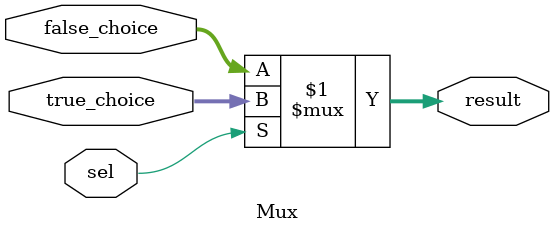
<source format=sv>
module Mux(
    input [31:0] true_choice,
    input [31:0] false_choice,
    input sel,
    output [31:0]result
);
assign result = (sel) ? true_choice : false_choice;
endmodule
</source>
